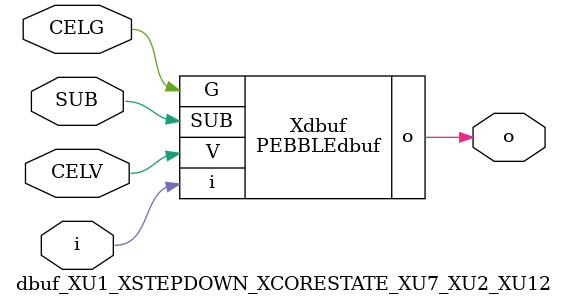
<source format=v>



module PEBBLEdbuf ( o, G, SUB, V, i );

  input V;
  input i;
  input G;
  output o;
  input SUB;
endmodule

//Celera Confidential Do Not Copy dbuf_XU1_XSTEPDOWN_XCORESTATE_XU7_XU2_XU12
//Celera Confidential Symbol Generator
//Digital Buffer
module dbuf_XU1_XSTEPDOWN_XCORESTATE_XU7_XU2_XU12 (CELV,CELG,i,o,SUB);
input CELV;
input CELG;
input i;
input SUB;
output o;

//Celera Confidential Do Not Copy dbuf
PEBBLEdbuf Xdbuf(
.V (CELV),
.i (i),
.o (o),
.SUB (SUB),
.G (CELG)
);
//,diesize,PEBBLEdbuf

//Celera Confidential Do Not Copy Module End
//Celera Schematic Generator
endmodule

</source>
